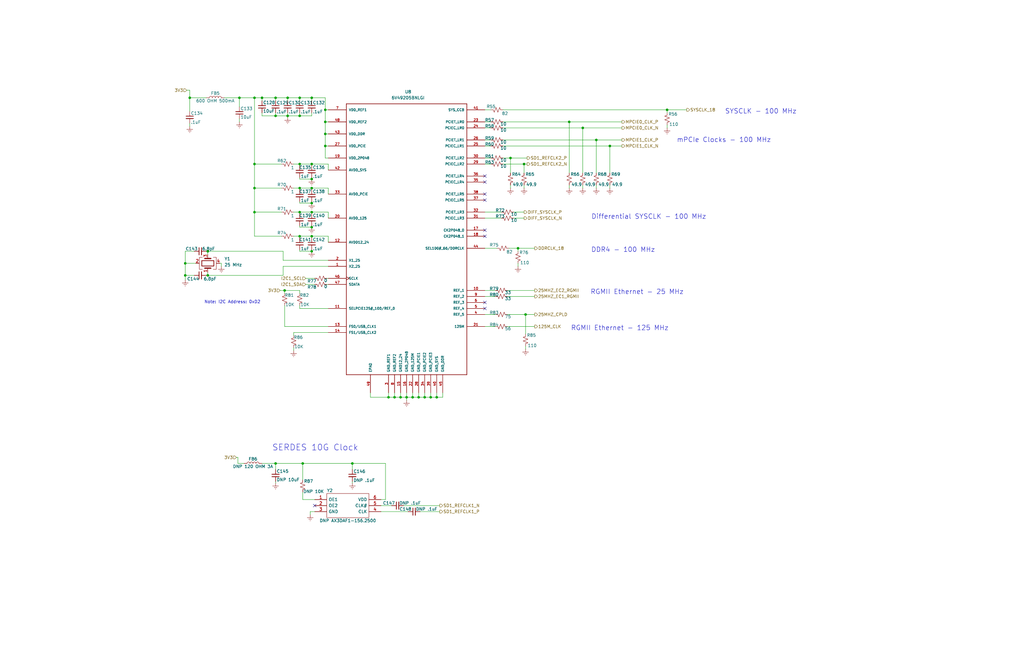
<source format=kicad_sch>
(kicad_sch (version 20201015) (generator eeschema)
  (page 1 12)
  (paper "USLedger")
  (title_block (title "AP2100") (date "2020-10-06") (rev "1") (company "ISis ImageStream Internet Solutions, Inc."))
  (lib_symbols
    (symbol "6V49205BNLGI:6V49205BNLGI" (pin_names (offset 1.016))
      (property "Reference" "U" (at -25.4254 59.1312 0))
      (property "Value" "6V49205BNLGI" (at -1.27 59.0804 0))
      (symbol "6V49205BNLGI_0_0"
        (polyline (pts (xy -25.4 58.42) (xy 25.4 58.42)) (stroke (width 0.254)))
        (polyline (pts (xy 25.4 58.42) (xy 25.4 -55.88)) (stroke (width 0.254)))
        (polyline (pts (xy 25.4 -55.88) (xy -25.4 -55.88)) (stroke (width 0.254)))
        (polyline (pts (xy -25.4 -55.88) (xy -25.4 58.42)) (stroke (width 0.254)))
        (pin output line (at -33.02 -10.16 0) (length 7.62) (name "X2_25") (number "1"))
        (pin input line (at -33.02 -7.62 0) (length 7.62) (name "X1_25") (number "2"))
        (pin power_in line (at -7.62 -63.5 90) (length 7.62) (name "GND_REF1") (number "3"))
        (pin output line (at 33.02 -30.48 180) (length 7.62) (name "REF_5") (number "4"))
        (pin output line (at 33.02 -27.94 180) (length 7.62) (name "REF_4") (number "5"))
        (pin output line (at 33.02 -25.4 180) (length 7.62) (name "REF_3") (number "6"))
        (pin power_in line (at -33.02 55.88 0) (length 7.62) (name "VDD_REF1") (number "7"))
        (pin power_in line (at -5.08 -63.5 90) (length 7.62) (name "GND_REF2") (number "8"))
        (pin output line (at 33.02 -22.86 180) (length 7.62) (name "REF_2") (number "9"))
        (pin output line (at 33.02 -20.32 180) (length 7.62) (name "REF_1") (number "10"))
        (pin bidirectional line (at -33.02 -27.94 0) (length 7.62) (name "SELPCIE125#_100/REF_0") (number "11"))
        (pin power_in line (at -33.02 0 0) (length 7.62) (name "AVDD12_24") (number "12"))
        (pin bidirectional line (at -33.02 -35.56 0) (length 7.62) (name "FS0/USB_CLK1") (number "13"))
        (pin bidirectional line (at -33.02 -38.1 0) (length 7.62) (name "FS1/USB_CLK2") (number "14"))
        (pin power_in line (at -2.54 -63.5 90) (length 7.62) (name "GND12_24") (number "15"))
        (pin power_in line (at 0 -63.5 90) (length 7.62) (name "GND_2P048") (number "16"))
        (pin output line (at 33.02 5.08 180) (length 7.62) (name "CK2P048_0") (number "17"))
        (pin output line (at 33.02 2.54 180) (length 7.62) (name "CK2P048_1") (number "18"))
        (pin power_in line (at -33.02 35.56 0) (length 7.62) (name "VDD_2P048") (number "19"))
        (pin power_in line (at -33.02 10.16 0) (length 7.62) (name "AVDD_125") (number "20"))
        (pin output line (at 33.02 -35.56 180) (length 7.62) (name "125M") (number "21"))
        (pin power_in line (at 2.54 -63.5 90) (length 7.62) (name "GND_125M") (number "22"))
        (pin output line (at 33.02 50.8 180) (length 7.62) (name "PCIET_LR0") (number "23"))
        (pin output line (at 33.02 48.26 180) (length 7.62) (name "PCIEC_LR0") (number "24"))
        (pin output line (at 33.02 40.64 180) (length 7.62) (name "PCIEC_LR1") (number "25"))
        (pin output line (at 33.02 43.18 180) (length 7.62) (name "PCIET_LR1") (number "26"))
        (pin power_in line (at -33.02 40.64 0) (length 7.62) (name "VDD_PCIE") (number "27"))
        (pin power_in line (at 5.08 -63.5 90) (length 7.62) (name "GND_PCIE1") (number "28"))
        (pin output line (at 33.02 33.02 180) (length 7.62) (name "PCIEC_LR2") (number "29"))
        (pin output line (at 33.02 35.56 180) (length 7.62) (name "PCIET_LR2") (number "30"))
        (pin output line (at 33.02 10.16 180) (length 7.62) (name "PCIEC_LR3") (number "31"))
        (pin output line (at 33.02 12.7 180) (length 7.62) (name "PCIET_LR3") (number "32"))
        (pin power_in line (at -33.02 20.32 0) (length 7.62) (name "AVDD_PCIE") (number "33"))
        (pin power_in line (at 7.62 -63.5 90) (length 7.62) (name "GND_PCIE2") (number "34"))
        (pin output line (at 33.02 25.4 180) (length 7.62) (name "PCIEC_LR4") (number "35"))
        (pin output line (at 33.02 27.94 180) (length 7.62) (name "PCIET_LR4") (number "36"))
        (pin output line (at 33.02 17.78 180) (length 7.62) (name "PCIEC_LR5") (number "37"))
        (pin output line (at 33.02 20.32 180) (length 7.62) (name "PCIET_LR5") (number "38"))
        (pin power_in line (at 10.16 -63.5 90) (length 7.62) (name "GND_PCIE3") (number "39"))
        (pin power_in line (at 12.7 -63.5 90) (length 7.62) (name "GND_SYS") (number "40"))
        (pin output line (at 33.02 55.88 180) (length 7.62) (name "SYS_CCB") (number "41"))
        (pin power_in line (at -33.02 30.48 0) (length 7.62) (name "AVDD_SYS") (number "42"))
        (pin power_in line (at -33.02 45.72 0) (length 7.62) (name "VDD_DDR") (number "43"))
        (pin bidirectional line (at 33.02 -2.54 180) (length 7.62) (name "SEL100#_66/DDRCLK") (number "44"))
        (pin power_in line (at 15.24 -63.5 90) (length 7.62) (name "GND_DDR") (number "45"))
        (pin input clock (at -33.02 -15.24 0) (length 7.62) (name "SCLK") (number "46"))
        (pin bidirectional line (at -33.02 -17.78 0) (length 7.62) (name "SDATA") (number "47"))
        (pin power_in line (at -33.02 50.8 0) (length 7.62) (name "VDD_REF2") (number "48"))
        (pin passive line (at -15.24 -63.5 90) (length 7.62) (name "EPAD") (number "49"))
      )
    )
    (symbol "AP2100-rescue:GND-Scott" (power) (pin_names (offset 0))
      (property "Value" "GND-Scott" (at 0 -3.81 0))
      (symbol "GND-Scott_1_1"
        (polyline (pts (xy -0.635 -1.905) (xy 0.635 -1.905)))
        (polyline (pts (xy -0.127 -2.54) (xy 0.127 -2.54)))
        (polyline (pts (xy 0 -1.27) (xy 0 0)))
        (polyline (pts (xy 1.27 -1.27) (xy -1.27 -1.27)))
        (pin power_in line (at 0 0 270) (length 0) hide (name "GND") (number "1"))
      )
    )
    (symbol "AX3DCF1-156.2500:AX3DCF1-156.2500" (pin_names (offset 0.762))
      (property "Reference" "Y" (at 24.13 7.62 0))
      (property "Value" "AX3DCF1-156.2500" (at 24.13 5.08 0))
      (symbol "AX3DCF1-156.2500_0_1"
        (polyline (pts (xy 5.08 2.54) (xy 22.86 2.54) (xy 22.86 -7.62) (xy 5.08 -7.62) (xy 5.08 2.54)) (stroke (width 0.1524)))
      )
      (symbol "AX3DCF1-156.2500_0_0"
        (pin input line (at 0 0 0) (length 5.08) (name "OE1") (number "1"))
        (pin input line (at 0 -2.54 0) (length 5.08) (name "OE2") (number "2"))
        (pin power_in line (at 0 -5.08 0) (length 5.08) (name "GND") (number "3"))
        (pin output line (at 27.94 -5.08 180) (length 5.08) (name "CLK") (number "4"))
        (pin output line (at 27.94 -2.54 180) (length 5.08) (name "CLK#") (number "5"))
        (pin power_in line (at 27.94 0 180) (length 5.08) (name "VDD") (number "6"))
      )
    )
    (symbol "Device:C_Small" (pin_numbers hide) (pin_names (offset 0.254) hide)
      (property "Reference" "C" (at 0.254 1.778 0))
      (property "Value" "C_Small" (at 0.254 -2.032 0))
      (symbol "C_Small_0_1"
        (polyline (pts (xy -1.524 -0.508) (xy 1.524 -0.508)) (stroke (width 0.3302)))
        (polyline (pts (xy -1.524 0.508) (xy 1.524 0.508)) (stroke (width 0.3048)))
      )
      (symbol "C_Small_1_1"
        (pin passive line (at 0 2.54 270) (length 2.032) (name "~") (number "1"))
        (pin passive line (at 0 -2.54 90) (length 2.032) (name "~") (number "2"))
      )
    )
    (symbol "Device:Crystal_GND24" (pin_names (offset 1.016) hide)
      (property "Reference" "Y" (at 3.175 5.08 0))
      (property "Value" "Crystal_GND24" (at 3.175 3.175 0))
      (symbol "Crystal_GND24_0_1"
        (rectangle (start -1.143 2.54) (end 1.143 -2.54) (stroke (width 0.3048)))
        (polyline (pts (xy -2.54 0) (xy -2.032 0)))
        (polyline (pts (xy -2.032 -1.27) (xy -2.032 1.27)) (stroke (width 0.508)))
        (polyline (pts (xy 0 -3.81) (xy 0 -3.556)))
        (polyline (pts (xy 0 3.556) (xy 0 3.81)))
        (polyline (pts (xy 2.032 -1.27) (xy 2.032 1.27)) (stroke (width 0.508)))
        (polyline (pts (xy 2.032 0) (xy 2.54 0)))
        (polyline (pts (xy -2.54 -2.286) (xy -2.54 -3.556) (xy 2.54 -3.556) (xy 2.54 -2.286)))
        (polyline (pts (xy -2.54 2.286) (xy -2.54 3.556) (xy 2.54 3.556) (xy 2.54 2.286)))
      )
      (symbol "Crystal_GND24_1_1"
        (pin passive line (at -3.81 0 0) (length 1.27) (name "1") (number "1"))
        (pin passive line (at 0 5.08 270) (length 1.27) (name "2") (number "2"))
        (pin passive line (at 3.81 0 180) (length 1.27) (name "3") (number "3"))
        (pin passive line (at 0 -5.08 90) (length 1.27) (name "4") (number "4"))
      )
    )
    (symbol "Device:L" (pin_numbers hide) (pin_names hide)
      (property "Reference" "L" (at -1.27 0 90))
      (property "Value" "L" (at 1.905 0 90))
      (symbol "L_0_1"
        (arc (start 0 -2.54) (end 0 -1.27) (radius (at 0 -1.905) (length 0.635) (angles -89.9 89.9)))
        (arc (start 0 -1.27) (end 0 0) (radius (at 0 -0.635) (length 0.635) (angles -89.9 89.9)))
        (arc (start 0 0) (end 0 1.27) (radius (at 0 0.635) (length 0.635) (angles -89.9 89.9)))
        (arc (start 0 1.27) (end 0 2.54) (radius (at 0 1.905) (length 0.635) (angles -89.9 89.9)))
      )
      (symbol "L_1_1"
        (pin passive line (at 0 3.81 270) (length 1.27) (name "1") (number "1"))
        (pin passive line (at 0 -3.81 90) (length 1.27) (name "2") (number "2"))
      )
    )
    (symbol "Device:R_Small_US" (pin_numbers hide) (pin_names (offset 0.254) hide)
      (property "Reference" "R" (at 0.762 0.508 0))
      (property "Value" "R_Small_US" (at 0.762 -1.016 0))
      (symbol "R_Small_US_1_1"
        (polyline (pts (xy 0 0) (xy 1.016 -0.381) (xy 0 -0.762) (xy -1.016 -1.143) (xy 0 -1.524)))
        (polyline (pts (xy 0 1.524) (xy 1.016 1.143) (xy 0 0.762) (xy -1.016 0.381) (xy 0 0)))
        (pin passive line (at 0 2.54 270) (length 1.016) (name "~") (number "1"))
        (pin passive line (at 0 -2.54 90) (length 1.016) (name "~") (number "2"))
      )
    )
  )
  (junction (at 78.105 111.125) (diameter 0.9144))
  (junction (at 78.105 116.205) (diameter 0.9144))
  (junction (at 80.01 41.275) (diameter 0.9144))
  (junction (at 87.63 106.045) (diameter 0.9144))
  (junction (at 87.63 116.205) (diameter 0.9144))
  (junction (at 100.965 41.275) (diameter 0.9144))
  (junction (at 107.315 41.275) (diameter 0.9144))
  (junction (at 107.315 69.215) (diameter 0.9144))
  (junction (at 107.315 79.375) (diameter 0.9144))
  (junction (at 107.315 89.535) (diameter 0.9144))
  (junction (at 110.49 41.275) (diameter 0.9144))
  (junction (at 116.205 41.275) (diameter 0.9144))
  (junction (at 116.205 48.895) (diameter 0.9144))
  (junction (at 116.205 195.58) (diameter 0.9144))
  (junction (at 120.015 122.555) (diameter 0.9144))
  (junction (at 121.285 41.275) (diameter 0.9144))
  (junction (at 121.285 48.895) (diameter 0.9144))
  (junction (at 126.365 41.275) (diameter 0.9144))
  (junction (at 126.365 48.895) (diameter 0.9144))
  (junction (at 126.365 69.215) (diameter 0.9144))
  (junction (at 126.365 79.375) (diameter 0.9144))
  (junction (at 126.365 89.535) (diameter 0.9144))
  (junction (at 126.365 99.695) (diameter 0.9144))
  (junction (at 127.635 195.58) (diameter 0.9144))
  (junction (at 131.445 41.275) (diameter 0.9144))
  (junction (at 131.445 69.215) (diameter 0.9144))
  (junction (at 131.445 75.565) (diameter 0.9144))
  (junction (at 131.445 79.375) (diameter 0.9144))
  (junction (at 131.445 85.725) (diameter 0.9144))
  (junction (at 131.445 89.535) (diameter 0.9144))
  (junction (at 131.445 95.885) (diameter 0.9144))
  (junction (at 131.445 99.695) (diameter 0.9144))
  (junction (at 131.445 106.045) (diameter 0.9144))
  (junction (at 137.16 46.355) (diameter 0.9144))
  (junction (at 137.16 51.435) (diameter 0.9144))
  (junction (at 137.16 56.515) (diameter 0.9144))
  (junction (at 137.16 61.595) (diameter 0.9144))
  (junction (at 148.59 195.58) (diameter 0.9144))
  (junction (at 163.83 167.64) (diameter 0.9144))
  (junction (at 166.37 167.64) (diameter 0.9144))
  (junction (at 168.91 167.64) (diameter 0.9144))
  (junction (at 171.45 167.64) (diameter 0.9144))
  (junction (at 173.99 167.64) (diameter 0.9144))
  (junction (at 176.53 167.64) (diameter 0.9144))
  (junction (at 179.07 167.64) (diameter 0.9144))
  (junction (at 181.61 167.64) (diameter 0.9144))
  (junction (at 184.15 167.64) (diameter 0.9144))
  (junction (at 215.265 66.675) (diameter 0.9144))
  (junction (at 218.44 104.775) (diameter 0.9144))
  (junction (at 220.98 69.215) (diameter 0.9144))
  (junction (at 221.615 132.715) (diameter 0.9144))
  (junction (at 240.03 51.435) (diameter 0.9144))
  (junction (at 245.745 53.975) (diameter 0.9144))
  (junction (at 251.46 59.055) (diameter 0.9144))
  (junction (at 257.175 61.595) (diameter 0.9144))
  (junction (at 281.305 46.355) (diameter 0.9144))
  (no_connect (at 204.47 97.155))
  (no_connect (at 204.47 99.695))
  (no_connect (at 204.47 127.635))
  (no_connect (at 204.47 74.295))
  (no_connect (at 204.47 130.175))
  (no_connect (at 132.715 213.36))
  (no_connect (at 204.47 84.455))
  (no_connect (at 204.47 81.915))
  (no_connect (at 204.47 76.835))
  (wire (pts (xy 78.105 106.045) (xy 78.105 111.125)))
  (wire (pts (xy 78.105 106.045) (xy 81.915 106.045)))
  (wire (pts (xy 78.105 111.125) (xy 78.105 116.205)))
  (wire (pts (xy 78.105 111.125) (xy 82.55 111.125)))
  (wire (pts (xy 78.105 116.205) (xy 78.105 118.11)))
  (wire (pts (xy 78.105 116.205) (xy 81.915 116.205)))
  (wire (pts (xy 78.74 38.1) (xy 80.01 38.1)))
  (wire (pts (xy 80.01 38.1) (xy 80.01 41.275)))
  (wire (pts (xy 80.01 41.275) (xy 80.01 46.99)))
  (wire (pts (xy 80.01 52.07) (xy 80.01 53.34)))
  (wire (pts (xy 86.995 41.275) (xy 80.01 41.275)))
  (wire (pts (xy 86.995 106.045) (xy 87.63 106.045)))
  (wire (pts (xy 86.995 116.205) (xy 87.63 116.205)))
  (wire (pts (xy 87.63 106.045) (xy 119.38 106.045)))
  (wire (pts (xy 87.63 107.315) (xy 87.63 106.045)))
  (wire (pts (xy 87.63 116.205) (xy 87.63 114.935)))
  (wire (pts (xy 93.345 111.125) (xy 92.71 111.125)))
  (wire (pts (xy 93.345 112.395) (xy 93.345 111.125)))
  (wire (pts (xy 94.615 41.275) (xy 100.965 41.275)))
  (wire (pts (xy 99.695 193.04) (xy 100.33 193.04)))
  (wire (pts (xy 100.33 193.04) (xy 100.33 195.58)))
  (wire (pts (xy 100.965 41.275) (xy 100.965 45.085)))
  (wire (pts (xy 100.965 50.165) (xy 100.965 51.435)))
  (wire (pts (xy 102.87 195.58) (xy 100.33 195.58)))
  (wire (pts (xy 107.315 41.275) (xy 100.965 41.275)))
  (wire (pts (xy 107.315 69.215) (xy 107.315 41.275)))
  (wire (pts (xy 107.315 69.215) (xy 118.745 69.215)))
  (wire (pts (xy 107.315 79.375) (xy 107.315 69.215)))
  (wire (pts (xy 107.315 79.375) (xy 118.745 79.375)))
  (wire (pts (xy 107.315 89.535) (xy 107.315 79.375)))
  (wire (pts (xy 107.315 89.535) (xy 118.745 89.535)))
  (wire (pts (xy 107.315 99.695) (xy 107.315 89.535)))
  (wire (pts (xy 110.49 41.275) (xy 107.315 41.275)))
  (wire (pts (xy 110.49 41.275) (xy 116.205 41.275)))
  (wire (pts (xy 110.49 42.545) (xy 110.49 41.275)))
  (wire (pts (xy 110.49 47.625) (xy 110.49 48.895)))
  (wire (pts (xy 110.49 48.895) (xy 116.205 48.895)))
  (wire (pts (xy 116.205 41.275) (xy 116.205 42.545)))
  (wire (pts (xy 116.205 41.275) (xy 121.285 41.275)))
  (wire (pts (xy 116.205 47.625) (xy 116.205 48.895)))
  (wire (pts (xy 116.205 48.895) (xy 121.285 48.895)))
  (wire (pts (xy 116.205 195.58) (xy 110.49 195.58)))
  (wire (pts (xy 116.205 195.58) (xy 116.205 198.12)))
  (wire (pts (xy 116.205 203.2) (xy 116.205 203.835)))
  (wire (pts (xy 118.11 122.555) (xy 120.015 122.555)))
  (wire (pts (xy 118.745 99.695) (xy 107.315 99.695)))
  (wire (pts (xy 119.38 106.045) (xy 119.38 109.855)))
  (wire (pts (xy 119.38 109.855) (xy 138.43 109.855)))
  (wire (pts (xy 119.38 112.395) (xy 119.38 116.205)))
  (wire (pts (xy 119.38 116.205) (xy 87.63 116.205)))
  (wire (pts (xy 120.015 122.555) (xy 120.015 123.825)))
  (wire (pts (xy 120.015 122.555) (xy 126.365 122.555)))
  (wire (pts (xy 120.015 128.905) (xy 120.015 137.795)))
  (wire (pts (xy 120.015 137.795) (xy 138.43 137.795)))
  (wire (pts (xy 121.285 41.275) (xy 121.285 42.545)))
  (wire (pts (xy 121.285 41.275) (xy 126.365 41.275)))
  (wire (pts (xy 121.285 47.625) (xy 121.285 48.895)))
  (wire (pts (xy 121.285 48.895) (xy 121.285 49.53)))
  (wire (pts (xy 123.825 140.335) (xy 123.825 141.605)))
  (wire (pts (xy 123.825 146.685) (xy 123.825 147.955)))
  (wire (pts (xy 126.365 41.275) (xy 126.365 42.545)))
  (wire (pts (xy 126.365 41.275) (xy 131.445 41.275)))
  (wire (pts (xy 126.365 47.625) (xy 126.365 48.895)))
  (wire (pts (xy 126.365 48.895) (xy 121.285 48.895)))
  (wire (pts (xy 126.365 48.895) (xy 131.445 48.895)))
  (wire (pts (xy 126.365 69.215) (xy 123.825 69.215)))
  (wire (pts (xy 126.365 69.215) (xy 126.365 69.85)))
  (wire (pts (xy 126.365 74.93) (xy 126.365 75.565)))
  (wire (pts (xy 126.365 75.565) (xy 131.445 75.565)))
  (wire (pts (xy 126.365 79.375) (xy 123.825 79.375)))
  (wire (pts (xy 126.365 79.375) (xy 126.365 80.01)))
  (wire (pts (xy 126.365 85.09) (xy 126.365 85.725)))
  (wire (pts (xy 126.365 85.725) (xy 131.445 85.725)))
  (wire (pts (xy 126.365 89.535) (xy 123.825 89.535)))
  (wire (pts (xy 126.365 89.535) (xy 126.365 90.17)))
  (wire (pts (xy 126.365 95.25) (xy 126.365 95.885)))
  (wire (pts (xy 126.365 95.885) (xy 131.445 95.885)))
  (wire (pts (xy 126.365 99.695) (xy 123.825 99.695)))
  (wire (pts (xy 126.365 99.695) (xy 126.365 100.33)))
  (wire (pts (xy 126.365 105.41) (xy 126.365 106.045)))
  (wire (pts (xy 126.365 106.045) (xy 131.445 106.045)))
  (wire (pts (xy 126.365 123.825) (xy 126.365 122.555)))
  (wire (pts (xy 126.365 130.175) (xy 126.365 128.905)))
  (wire (pts (xy 127.635 195.58) (xy 116.205 195.58)))
  (wire (pts (xy 127.635 195.58) (xy 127.635 202.565)))
  (wire (pts (xy 127.635 207.645) (xy 127.635 210.82)))
  (wire (pts (xy 127.635 210.82) (xy 132.715 210.82)))
  (wire (pts (xy 128.905 117.475) (xy 132.715 117.475)))
  (wire (pts (xy 128.905 120.015) (xy 132.715 120.015)))
  (wire (pts (xy 130.81 215.9) (xy 130.81 217.17)))
  (wire (pts (xy 131.445 41.275) (xy 131.445 42.545)))
  (wire (pts (xy 131.445 41.275) (xy 137.16 41.275)))
  (wire (pts (xy 131.445 48.895) (xy 131.445 47.625)))
  (wire (pts (xy 131.445 69.215) (xy 126.365 69.215)))
  (wire (pts (xy 131.445 69.215) (xy 131.445 69.85)))
  (wire (pts (xy 131.445 74.93) (xy 131.445 75.565)))
  (wire (pts (xy 131.445 79.375) (xy 126.365 79.375)))
  (wire (pts (xy 131.445 79.375) (xy 131.445 80.01)))
  (wire (pts (xy 131.445 85.09) (xy 131.445 85.725)))
  (wire (pts (xy 131.445 89.535) (xy 126.365 89.535)))
  (wire (pts (xy 131.445 89.535) (xy 131.445 90.17)))
  (wire (pts (xy 131.445 95.25) (xy 131.445 95.885)))
  (wire (pts (xy 131.445 99.695) (xy 126.365 99.695)))
  (wire (pts (xy 131.445 99.695) (xy 131.445 100.33)))
  (wire (pts (xy 131.445 105.41) (xy 131.445 106.045)))
  (wire (pts (xy 132.715 215.9) (xy 130.81 215.9)))
  (wire (pts (xy 137.16 41.275) (xy 137.16 46.355)))
  (wire (pts (xy 137.16 46.355) (xy 137.16 51.435)))
  (wire (pts (xy 137.16 46.355) (xy 138.43 46.355)))
  (wire (pts (xy 137.16 51.435) (xy 137.16 56.515)))
  (wire (pts (xy 137.16 51.435) (xy 138.43 51.435)))
  (wire (pts (xy 137.16 56.515) (xy 137.16 61.595)))
  (wire (pts (xy 137.16 56.515) (xy 138.43 56.515)))
  (wire (pts (xy 137.16 61.595) (xy 137.16 66.675)))
  (wire (pts (xy 137.16 61.595) (xy 138.43 61.595)))
  (wire (pts (xy 137.16 66.675) (xy 138.43 66.675)))
  (wire (pts (xy 137.795 117.475) (xy 138.43 117.475)))
  (wire (pts (xy 137.795 120.015) (xy 138.43 120.015)))
  (wire (pts (xy 138.43 69.215) (xy 131.445 69.215)))
  (wire (pts (xy 138.43 69.215) (xy 138.43 71.755)))
  (wire (pts (xy 138.43 79.375) (xy 131.445 79.375)))
  (wire (pts (xy 138.43 79.375) (xy 138.43 81.915)))
  (wire (pts (xy 138.43 89.535) (xy 131.445 89.535)))
  (wire (pts (xy 138.43 89.535) (xy 138.43 92.075)))
  (wire (pts (xy 138.43 99.695) (xy 131.445 99.695)))
  (wire (pts (xy 138.43 99.695) (xy 138.43 102.235)))
  (wire (pts (xy 138.43 112.395) (xy 119.38 112.395)))
  (wire (pts (xy 138.43 130.175) (xy 126.365 130.175)))
  (wire (pts (xy 138.43 140.335) (xy 123.825 140.335)))
  (wire (pts (xy 148.59 195.58) (xy 127.635 195.58)))
  (wire (pts (xy 148.59 195.58) (xy 148.59 198.12)))
  (wire (pts (xy 148.59 203.2) (xy 148.59 203.835)))
  (wire (pts (xy 156.21 165.735) (xy 156.21 167.64)))
  (wire (pts (xy 156.21 167.64) (xy 163.83 167.64)))
  (wire (pts (xy 160.655 210.82) (xy 162.56 210.82)))
  (wire (pts (xy 160.655 213.36) (xy 165.1 213.36)))
  (wire (pts (xy 160.655 215.9) (xy 172.085 215.9)))
  (wire (pts (xy 162.56 195.58) (xy 148.59 195.58)))
  (wire (pts (xy 162.56 210.82) (xy 162.56 195.58)))
  (wire (pts (xy 163.83 165.735) (xy 163.83 167.64)))
  (wire (pts (xy 163.83 167.64) (xy 166.37 167.64)))
  (wire (pts (xy 166.37 165.735) (xy 166.37 167.64)))
  (wire (pts (xy 166.37 167.64) (xy 168.91 167.64)))
  (wire (pts (xy 168.91 165.735) (xy 168.91 167.64)))
  (wire (pts (xy 168.91 167.64) (xy 171.45 167.64)))
  (wire (pts (xy 170.18 213.36) (xy 185.42 213.36)))
  (wire (pts (xy 171.45 165.735) (xy 171.45 167.64)))
  (wire (pts (xy 171.45 167.64) (xy 171.45 168.91)))
  (wire (pts (xy 171.45 167.64) (xy 173.99 167.64)))
  (wire (pts (xy 173.99 165.735) (xy 173.99 167.64)))
  (wire (pts (xy 173.99 167.64) (xy 176.53 167.64)))
  (wire (pts (xy 176.53 165.735) (xy 176.53 167.64)))
  (wire (pts (xy 176.53 167.64) (xy 179.07 167.64)))
  (wire (pts (xy 177.165 215.9) (xy 185.42 215.9)))
  (wire (pts (xy 179.07 165.735) (xy 179.07 167.64)))
  (wire (pts (xy 179.07 167.64) (xy 181.61 167.64)))
  (wire (pts (xy 181.61 165.735) (xy 181.61 167.64)))
  (wire (pts (xy 181.61 167.64) (xy 184.15 167.64)))
  (wire (pts (xy 184.15 165.735) (xy 184.15 167.64)))
  (wire (pts (xy 184.15 167.64) (xy 186.69 167.64)))
  (wire (pts (xy 186.69 167.64) (xy 186.69 165.735)))
  (wire (pts (xy 204.47 46.355) (xy 207.01 46.355)))
  (wire (pts (xy 204.47 51.435) (xy 207.01 51.435)))
  (wire (pts (xy 204.47 53.975) (xy 207.01 53.975)))
  (wire (pts (xy 204.47 59.055) (xy 207.01 59.055)))
  (wire (pts (xy 204.47 61.595) (xy 207.01 61.595)))
  (wire (pts (xy 204.47 66.675) (xy 207.01 66.675)))
  (wire (pts (xy 204.47 69.215) (xy 207.01 69.215)))
  (wire (pts (xy 204.47 89.535) (xy 211.455 89.535)))
  (wire (pts (xy 204.47 92.075) (xy 211.455 92.075)))
  (wire (pts (xy 204.47 104.775) (xy 209.55 104.775)))
  (wire (pts (xy 204.47 122.555) (xy 208.915 122.555)))
  (wire (pts (xy 204.47 125.095) (xy 208.915 125.095)))
  (wire (pts (xy 204.47 132.715) (xy 208.915 132.715)))
  (wire (pts (xy 204.47 137.795) (xy 208.915 137.795)))
  (wire (pts (xy 212.09 46.355) (xy 281.305 46.355)))
  (wire (pts (xy 212.09 51.435) (xy 240.03 51.435)))
  (wire (pts (xy 212.09 53.975) (xy 245.745 53.975)))
  (wire (pts (xy 212.09 59.055) (xy 251.46 59.055)))
  (wire (pts (xy 212.09 61.595) (xy 257.175 61.595)))
  (wire (pts (xy 212.09 66.675) (xy 215.265 66.675)))
  (wire (pts (xy 212.09 69.215) (xy 220.98 69.215)))
  (wire (pts (xy 213.995 122.555) (xy 225.425 122.555)))
  (wire (pts (xy 213.995 125.095) (xy 225.425 125.095)))
  (wire (pts (xy 213.995 132.715) (xy 221.615 132.715)))
  (wire (pts (xy 213.995 137.795) (xy 225.425 137.795)))
  (wire (pts (xy 214.63 104.775) (xy 218.44 104.775)))
  (wire (pts (xy 215.265 66.675) (xy 215.265 73.025)))
  (wire (pts (xy 215.265 66.675) (xy 222.25 66.675)))
  (wire (pts (xy 215.265 78.105) (xy 215.265 79.375)))
  (wire (pts (xy 216.535 89.535) (xy 220.98 89.535)))
  (wire (pts (xy 216.535 92.075) (xy 220.98 92.075)))
  (wire (pts (xy 218.44 104.775) (xy 218.44 106.045)))
  (wire (pts (xy 218.44 104.775) (xy 225.425 104.775)))
  (wire (pts (xy 218.44 111.125) (xy 218.44 112.395)))
  (wire (pts (xy 220.98 69.215) (xy 220.98 73.025)))
  (wire (pts (xy 220.98 69.215) (xy 222.25 69.215)))
  (wire (pts (xy 220.98 78.105) (xy 220.98 79.375)))
  (wire (pts (xy 221.615 132.715) (xy 221.615 140.97)))
  (wire (pts (xy 221.615 132.715) (xy 225.425 132.715)))
  (wire (pts (xy 221.615 146.05) (xy 221.615 147.32)))
  (wire (pts (xy 240.03 51.435) (xy 240.03 73.025)))
  (wire (pts (xy 240.03 51.435) (xy 262.255 51.435)))
  (wire (pts (xy 240.03 78.105) (xy 240.03 79.375)))
  (wire (pts (xy 245.745 53.975) (xy 245.745 73.025)))
  (wire (pts (xy 245.745 53.975) (xy 262.255 53.975)))
  (wire (pts (xy 245.745 78.105) (xy 245.745 79.375)))
  (wire (pts (xy 251.46 59.055) (xy 251.46 73.025)))
  (wire (pts (xy 251.46 59.055) (xy 262.255 59.055)))
  (wire (pts (xy 251.46 78.105) (xy 251.46 79.375)))
  (wire (pts (xy 257.175 61.595) (xy 257.175 73.025)))
  (wire (pts (xy 257.175 61.595) (xy 262.255 61.595)))
  (wire (pts (xy 257.175 78.105) (xy 257.175 79.375)))
  (wire (pts (xy 281.305 46.355) (xy 281.305 47.625)))
  (wire (pts (xy 281.305 46.355) (xy 289.56 46.355)))
  (wire (pts (xy 281.305 52.705) (xy 281.305 53.975)))
  (text "Note: I2C Address: 0xD2" (at 109.855 128.27 180) (effects (font (size 1.27 1.27)) (justify right bottom)))
  (text "SERDES 10G Clock" (at 151.13 190.5 180) (effects (font (size 2.54 2.54)) (justify right bottom)))
  (text "DDR4 - 100 MHz" (at 276.225 106.68 180) (effects (font (size 2.0066 2.0066)) (justify right bottom)))
  (text "RGMII Ethernet - 125 MHz" (at 281.94 139.7 180) (effects (font (size 2.0066 2.0066)) (justify right bottom)))
  (text "RGMII Ethernet - 25 MHz" (at 288.29 124.46 180) (effects (font (size 2.0066 2.0066)) (justify right bottom)))
  (text "Differential SYSCLK - 100 MHz" (at 297.815 92.71 180) (effects (font (size 2.0066 2.0066)) (justify right bottom)))
  (text "mPCIe Clocks - 100 MHz" (at 325.12 60.325 180) (effects (font (size 2.0066 2.0066)) (justify right bottom)))
  (text "SYSCLK - 100 MHz" (at 335.915 48.26 180) (effects (font (size 2.0066 2.0066)) (justify right bottom)))
  (hierarchical_label "3V3" (shape input) (at 78.74 38.1 180))
  (hierarchical_label "3V3" (shape input) (at 99.695 193.04 180))
  (hierarchical_label "3V3" (shape input) (at 118.11 122.555 180))
  (hierarchical_label "I2C1_SCL" (shape input) (at 128.905 117.475 180))
  (hierarchical_label "I2C1_SDA" (shape input) (at 128.905 120.015 180))
  (hierarchical_label "SD1_REFCLK1_N" (shape output) (at 185.42 213.36 0))
  (hierarchical_label "SD1_REFCLK1_P" (shape output) (at 185.42 215.9 0))
  (hierarchical_label "DIFF_SYSCLK_P" (shape output) (at 220.98 89.535 0))
  (hierarchical_label "DIFF_SYSCLK_N" (shape output) (at 220.98 92.075 0))
  (hierarchical_label "SD1_REFCLK2_P" (shape output) (at 222.25 66.675 0))
  (hierarchical_label "SD1_REFCLK2_N" (shape output) (at 222.25 69.215 0))
  (hierarchical_label "DDRCLK_18" (shape output) (at 225.425 104.775 0))
  (hierarchical_label "25MHZ_EC2_RGMII" (shape output) (at 225.425 122.555 0))
  (hierarchical_label "25MHZ_EC1_RGMII" (shape output) (at 225.425 125.095 0))
  (hierarchical_label "25MHZ_CPLD" (shape output) (at 225.425 132.715 0))
  (hierarchical_label "125M_CLK" (shape output) (at 225.425 137.795 0))
  (hierarchical_label "MPCIE0_CLK_P" (shape output) (at 262.255 51.435 0))
  (hierarchical_label "MPCIE0_CLK_N" (shape output) (at 262.255 53.975 0))
  (hierarchical_label "MPCIE1_CLK_P" (shape output) (at 262.255 59.055 0))
  (hierarchical_label "MPCIE1_CLK_N" (shape output) (at 262.255 61.595 0))
  (hierarchical_label "SYSCLK_18" (shape output) (at 289.56 46.355 0))
  (symbol (lib_id "Device:L") (at 90.805 41.275 270) (mirror x) (unit 1)
    (property "Reference" "FB5" (at 90.805 39.37 90))
    (property "Value" "600 OHM 500mA" (at 90.805 42.545 90))
    (property "Footprint" "Inductor_SMD:L_0603_1608Metric" (effects hide))
    (property "Datasheet" "https://www.mouser.com/datasheet/2/281/c31e-794748.pdf" (effects hide))
    (property "PartsBoxID" "0603-600R-500mA" (effects hide))
  )
  (symbol (lib_id "Device:L") (at 106.68 195.58 90) (unit 1)
    (property "Reference" "FB6" (at 106.68 193.675 90))
    (property "Value" "DNP 120 OHM 3A" (at 106.68 196.85 90))
    (property "Footprint" "Inductor_SMD:L_0603_1608Metric" (effects hide))
    (property "PartsBoxID" "0603-120R-3A" (effects hide))
  )
  (symbol (lib_id "AP2100-rescue:GND-Scott") (at 78.105 118.11 0) (unit 1)
    (property "Reference" "#PWR087" (effects hide))
    (property "Value" "GND" (effects hide))
  )
  (symbol (lib_id "AP2100-rescue:GND-Scott") (at 80.01 53.34 0) (unit 1)
    (property "Reference" "#PWR073" (effects hide))
    (property "Value" "GND" (effects hide))
  )
  (symbol (lib_id "AP2100-rescue:GND-Scott") (at 93.345 112.395 0) (unit 1)
    (property "Reference" "#PWR085" (effects hide))
    (property "Value" "GND" (effects hide))
  )
  (symbol (lib_id "AP2100-rescue:GND-Scott") (at 100.965 51.435 0) (unit 1)
    (property "Reference" "#PWR072" (effects hide))
    (property "Value" "GND" (effects hide))
  )
  (symbol (lib_id "AP2100-rescue:GND-Scott") (at 116.205 203.835 0) (unit 1)
    (property "Reference" "#PWR091" (effects hide))
    (property "Value" "GND" (effects hide))
  )
  (symbol (lib_id "AP2100-rescue:GND-Scott") (at 121.285 49.53 0) (unit 1)
    (property "Reference" "#PWR071" (effects hide))
    (property "Value" "GND" (effects hide))
  )
  (symbol (lib_id "AP2100-rescue:GND-Scott") (at 123.825 147.955 0) (unit 1)
    (property "Reference" "#PWR089" (effects hide))
    (property "Value" "GND" (effects hide))
  )
  (symbol (lib_id "AP2100-rescue:GND-Scott") (at 130.81 217.17 0) (unit 1)
    (property "Reference" "#PWR093" (effects hide))
    (property "Value" "GND" (effects hide))
  )
  (symbol (lib_id "AP2100-rescue:GND-Scott") (at 131.445 75.565 0) (unit 1)
    (property "Reference" "#PWR075" (effects hide))
    (property "Value" "GND" (effects hide))
  )
  (symbol (lib_id "AP2100-rescue:GND-Scott") (at 131.445 85.725 0) (unit 1)
    (property "Reference" "#PWR082" (effects hide))
    (property "Value" "GND" (effects hide))
  )
  (symbol (lib_id "AP2100-rescue:GND-Scott") (at 131.445 95.885 0) (unit 1)
    (property "Reference" "#PWR083" (effects hide))
    (property "Value" "GND" (effects hide))
  )
  (symbol (lib_id "AP2100-rescue:GND-Scott") (at 131.445 106.045 0) (unit 1)
    (property "Reference" "#PWR084" (effects hide))
    (property "Value" "GND" (effects hide))
  )
  (symbol (lib_id "AP2100-rescue:GND-Scott") (at 148.59 203.835 0) (unit 1)
    (property "Reference" "#PWR092" (effects hide))
    (property "Value" "GND" (effects hide))
  )
  (symbol (lib_id "AP2100-rescue:GND-Scott") (at 171.45 168.91 0) (unit 1)
    (property "Reference" "#PWR090" (effects hide))
    (property "Value" "GND" (effects hide))
  )
  (symbol (lib_id "AP2100-rescue:GND-Scott") (at 215.265 79.375 0) (unit 1)
    (property "Reference" "#PWR076" (effects hide))
    (property "Value" "GND" (effects hide))
  )
  (symbol (lib_id "AP2100-rescue:GND-Scott") (at 218.44 112.395 0) (unit 1)
    (property "Reference" "#PWR086" (effects hide))
    (property "Value" "GND" (effects hide))
  )
  (symbol (lib_id "AP2100-rescue:GND-Scott") (at 220.98 79.375 0) (unit 1)
    (property "Reference" "#PWR077" (effects hide))
    (property "Value" "GND" (effects hide))
  )
  (symbol (lib_id "AP2100-rescue:GND-Scott") (at 221.615 147.32 0) (unit 1)
    (property "Reference" "#PWR088" (effects hide))
    (property "Value" "GND" (effects hide))
  )
  (symbol (lib_id "AP2100-rescue:GND-Scott") (at 240.03 79.375 0) (unit 1)
    (property "Reference" "#PWR078" (effects hide))
    (property "Value" "GND" (effects hide))
  )
  (symbol (lib_id "AP2100-rescue:GND-Scott") (at 245.745 79.375 0) (unit 1)
    (property "Reference" "#PWR079" (effects hide))
    (property "Value" "GND" (effects hide))
  )
  (symbol (lib_id "AP2100-rescue:GND-Scott") (at 251.46 79.375 0) (unit 1)
    (property "Reference" "#PWR080" (effects hide))
    (property "Value" "GND" (effects hide))
  )
  (symbol (lib_id "AP2100-rescue:GND-Scott") (at 257.175 79.375 0) (unit 1)
    (property "Reference" "#PWR081" (effects hide))
    (property "Value" "GND" (effects hide))
  )
  (symbol (lib_id "AP2100-rescue:GND-Scott") (at 281.305 53.975 0) (unit 1)
    (property "Reference" "#PWR074" (effects hide))
    (property "Value" "GND" (effects hide))
  )
  (symbol (lib_id "Device:R_Small_US") (at 120.015 126.365 0) (mirror y) (unit 1)
    (property "Reference" "R81" (at 123.952 124.587 0) (effects (justify left)))
    (property "Value" "10K" (at 124.206 128.524 0) (effects (justify left)))
    (property "Footprint" "Resistor_SMD:R_0402_1005Metric" (effects hide))
    (property "PartsBoxID" "0402-10K-1%" (effects hide))
  )
  (symbol (lib_id "Device:R_Small_US") (at 121.285 69.215 90) (mirror x) (unit 1)
    (property "Reference" "R62" (at 120.777 67.818 90) (effects (justify left)))
    (property "Value" "1" (at 124.079 70.739 90) (effects (justify left)))
    (property "Footprint" "Resistor_SMD:R_0402_1005Metric" (effects hide))
    (property "PartsBoxID" "0402-1R-1%" (effects hide))
  )
  (symbol (lib_id "Device:R_Small_US") (at 121.285 79.375 90) (mirror x) (unit 1)
    (property "Reference" "R70" (at 120.777 77.978 90) (effects (justify left)))
    (property "Value" "1" (at 124.079 80.899 90) (effects (justify left)))
    (property "Footprint" "Resistor_SMD:R_0402_1005Metric" (effects hide))
    (property "PartsBoxID" "0402-1R-1%" (effects hide))
  )
  (symbol (lib_id "Device:R_Small_US") (at 121.285 89.535 90) (mirror x) (unit 1)
    (property "Reference" "R71" (at 120.777 88.138 90) (effects (justify left)))
    (property "Value" "1" (at 124.079 91.059 90) (effects (justify left)))
    (property "Footprint" "Resistor_SMD:R_0402_1005Metric" (effects hide))
    (property "PartsBoxID" "0402-1R-1%" (effects hide))
  )
  (symbol (lib_id "Device:R_Small_US") (at 121.285 99.695 90) (mirror x) (unit 1)
    (property "Reference" "R74" (at 120.777 98.298 90) (effects (justify left)))
    (property "Value" "1" (at 124.079 101.219 90) (effects (justify left)))
    (property "Footprint" "Resistor_SMD:R_0402_1005Metric" (effects hide))
    (property "PartsBoxID" "0402-1R-1%" (effects hide))
  )
  (symbol (lib_id "Device:R_Small_US") (at 123.825 144.145 0) (mirror y) (unit 1)
    (property "Reference" "R86" (at 127.762 142.367 0) (effects (justify left)))
    (property "Value" "10K" (at 128.016 146.304 0) (effects (justify left)))
    (property "Footprint" "Resistor_SMD:R_0402_1005Metric" (effects hide))
    (property "PartsBoxID" "0402-10K-1%" (effects hide))
  )
  (symbol (lib_id "Device:R_Small_US") (at 126.365 126.365 0) (mirror y) (unit 1)
    (property "Reference" "R82" (at 130.302 124.587 0) (effects (justify left)))
    (property "Value" "10K" (at 130.556 128.524 0) (effects (justify left)))
    (property "Footprint" "Resistor_SMD:R_0402_1005Metric" (effects hide))
    (property "PartsBoxID" "0402-10K-1%" (effects hide))
  )
  (symbol (lib_id "Device:R_Small_US") (at 127.635 205.105 0) (mirror x) (unit 1)
    (property "Reference" "R87" (at 128.143 203.073 0) (effects (justify left)))
    (property "Value" "DNP 10K" (at 127.889 207.391 0) (effects (justify left)))
    (property "Footprint" "Resistor_SMD:R_0402_1005Metric" (effects hide))
    (property "PartsBoxID" "0402-10K-1%" (effects hide))
  )
  (symbol (lib_id "Device:R_Small_US") (at 135.255 117.475 90) (mirror x) (unit 1)
    (property "Reference" "R77" (at 133.477 118.618 90) (effects (justify left)))
    (property "Value" "0" (at 138.049 118.364 90) (effects (justify left)))
    (property "Footprint" "Resistor_SMD:R_0402_1005Metric" (effects hide))
    (property "PartsBoxID" "0402-0R-1%" (effects hide))
  )
  (symbol (lib_id "Device:R_Small_US") (at 135.255 120.015 90) (mirror x) (unit 1)
    (property "Reference" "R78" (at 133.477 121.158 90) (effects (justify left)))
    (property "Value" "0" (at 138.049 120.904 90) (effects (justify left)))
    (property "Footprint" "Resistor_SMD:R_0402_1005Metric" (effects hide))
    (property "PartsBoxID" "0402-0R-1%" (effects hide))
  )
  (symbol (lib_id "Device:R_Small_US") (at 209.55 46.355 90) (mirror x) (unit 1)
    (property "Reference" "R55" (at 209.042 44.958 90) (effects (justify left)))
    (property "Value" "82" (at 214.249 47.879 90) (effects (justify left)))
    (property "Footprint" "Resistor_SMD:R_0402_1005Metric" (effects hide))
    (property "PartsBoxID" "0402-82R-1%" (effects hide))
  )
  (symbol (lib_id "Device:R_Small_US") (at 209.55 51.435 90) (mirror x) (unit 1)
    (property "Reference" "R57" (at 208.407 50.673 90) (effects (justify left)))
    (property "Value" "10" (at 213.614 52.324 90) (effects (justify left)))
    (property "Footprint" "Resistor_SMD:R_0402_1005Metric" (effects hide))
    (property "PartsBoxID" "0402-10R-1%" (effects hide))
  )
  (symbol (lib_id "Device:R_Small_US") (at 209.55 53.975 90) (mirror x) (unit 1)
    (property "Reference" "R58" (at 208.407 53.213 90) (effects (justify left)))
    (property "Value" "10" (at 213.614 54.864 90) (effects (justify left)))
    (property "Footprint" "Resistor_SMD:R_0402_1005Metric" (effects hide))
    (property "PartsBoxID" "0402-10R-1%" (effects hide))
  )
  (symbol (lib_id "Device:R_Small_US") (at 209.55 59.055 90) (mirror x) (unit 1)
    (property "Reference" "R59" (at 208.407 58.293 90) (effects (justify left)))
    (property "Value" "10" (at 213.614 59.944 90) (effects (justify left)))
    (property "Footprint" "Resistor_SMD:R_0402_1005Metric" (effects hide))
    (property "PartsBoxID" "0402-10R-1%" (effects hide))
  )
  (symbol (lib_id "Device:R_Small_US") (at 209.55 61.595 90) (mirror x) (unit 1)
    (property "Reference" "R60" (at 208.407 60.833 90) (effects (justify left)))
    (property "Value" "10" (at 213.614 62.484 90) (effects (justify left)))
    (property "Footprint" "Resistor_SMD:R_0402_1005Metric" (effects hide))
    (property "PartsBoxID" "0402-10R-1%" (effects hide))
  )
  (symbol (lib_id "Device:R_Small_US") (at 209.55 66.675 90) (mirror x) (unit 1)
    (property "Reference" "R61" (at 208.407 65.913 90) (effects (justify left)))
    (property "Value" "10" (at 213.614 67.564 90) (effects (justify left)))
    (property "Footprint" "Resistor_SMD:R_0402_1005Metric" (effects hide))
    (property "PartsBoxID" "0402-10R-1%" (effects hide))
  )
  (symbol (lib_id "Device:R_Small_US") (at 209.55 69.215 90) (mirror x) (unit 1)
    (property "Reference" "R63" (at 208.407 68.453 90) (effects (justify left)))
    (property "Value" "10" (at 213.614 70.104 90) (effects (justify left)))
    (property "Footprint" "Resistor_SMD:R_0402_1005Metric" (effects hide))
    (property "PartsBoxID" "0402-10R-1%" (effects hide))
  )
  (symbol (lib_id "Device:R_Small_US") (at 211.455 122.555 90) (mirror x) (unit 1)
    (property "Reference" "R79" (at 210.312 121.793 90) (effects (justify left)))
    (property "Value" "33" (at 215.519 123.444 90) (effects (justify left)))
    (property "Footprint" "Resistor_SMD:R_0402_1005Metric" (effects hide))
    (property "PartsBoxID" "0402-33R-1%" (effects hide))
  )
  (symbol (lib_id "Device:R_Small_US") (at 211.455 125.095 90) (mirror x) (unit 1)
    (property "Reference" "R80" (at 210.312 124.333 90) (effects (justify left)))
    (property "Value" "33" (at 215.519 125.984 90) (effects (justify left)))
    (property "Footprint" "Resistor_SMD:R_0402_1005Metric" (effects hide))
    (property "PartsBoxID" "0402-33R-1%" (effects hide))
  )
  (symbol (lib_id "Device:R_Small_US") (at 211.455 132.715 90) (mirror x) (unit 1)
    (property "Reference" "R83" (at 210.312 131.953 90) (effects (justify left)))
    (property "Value" "75" (at 215.519 133.604 90) (effects (justify left)))
    (property "Footprint" "Resistor_SMD:R_0402_1005Metric" (effects hide))
    (property "PartsBoxID" "0402-75R-1%" (effects hide))
  )
  (symbol (lib_id "Device:R_Small_US") (at 211.455 137.795 90) (mirror x) (unit 1)
    (property "Reference" "R84" (at 210.312 137.033 90) (effects (justify left)))
    (property "Value" "56" (at 215.519 138.684 90) (effects (justify left)))
    (property "Footprint" "Resistor_SMD:R_0402_1005Metric" (effects hide))
    (property "PartsBoxID" "0402-56R-1%" (effects hide))
  )
  (symbol (lib_id "Device:R_Small_US") (at 212.09 104.775 90) (mirror x) (unit 1)
    (property "Reference" "R75" (at 210.312 103.378 90) (effects (justify left)))
    (property "Value" "82" (at 216.154 106.299 90) (effects (justify left)))
    (property "Footprint" "Resistor_SMD:R_0402_1005Metric" (effects hide))
    (property "PartsBoxID" "0402-82R-1%" (effects hide))
  )
  (symbol (lib_id "Device:R_Small_US") (at 213.995 89.535 90) (mirror x) (unit 1)
    (property "Reference" "R72" (at 212.852 88.773 90) (effects (justify left)))
    (property "Value" "10" (at 218.059 90.424 90) (effects (justify left)))
    (property "Footprint" "Resistor_SMD:R_0402_1005Metric" (effects hide))
    (property "PartsBoxID" "0402-10R-1%" (effects hide))
  )
  (symbol (lib_id "Device:R_Small_US") (at 213.995 92.075 90) (mirror x) (unit 1)
    (property "Reference" "R73" (at 212.852 91.313 90) (effects (justify left)))
    (property "Value" "10" (at 218.059 92.964 90) (effects (justify left)))
    (property "Footprint" "Resistor_SMD:R_0402_1005Metric" (effects hide))
    (property "PartsBoxID" "0402-10R-1%" (effects hide))
  )
  (symbol (lib_id "Device:R_Small_US") (at 215.265 75.565 0) (mirror x) (unit 1)
    (property "Reference" "R64" (at 215.773 73.533 0) (effects (justify left)))
    (property "Value" "49.9" (at 216.154 77.851 0) (effects (justify left)))
    (property "Footprint" "Resistor_SMD:R_0402_1005Metric" (effects hide))
    (property "PartsBoxID" "0402-49.9-1%" (effects hide))
  )
  (symbol (lib_id "Device:R_Small_US") (at 218.44 108.585 0) (mirror x) (unit 1)
    (property "Reference" "R76" (at 218.948 106.553 0) (effects (justify left)))
    (property "Value" "110" (at 219.329 110.871 0) (effects (justify left)))
    (property "Footprint" "Resistor_SMD:R_0402_1005Metric" (effects hide))
    (property "PartsBoxID" "0402-110R-1%" (effects hide))
  )
  (symbol (lib_id "Device:R_Small_US") (at 220.98 75.565 0) (mirror x) (unit 1)
    (property "Reference" "R65" (at 221.488 73.533 0) (effects (justify left)))
    (property "Value" "49.9" (at 221.869 77.851 0) (effects (justify left)))
    (property "Footprint" "Resistor_SMD:R_0402_1005Metric" (effects hide))
    (property "PartsBoxID" "0402-49.9-1%" (effects hide))
  )
  (symbol (lib_id "Device:R_Small_US") (at 221.615 143.51 0) (mirror x) (unit 1)
    (property "Reference" "R85" (at 222.123 141.478 0) (effects (justify left)))
    (property "Value" "110" (at 222.504 145.796 0) (effects (justify left)))
    (property "Footprint" "Resistor_SMD:R_0402_1005Metric" (effects hide))
    (property "PartsBoxID" "0402-110R-1%" (effects hide))
  )
  (symbol (lib_id "Device:R_Small_US") (at 240.03 75.565 0) (mirror x) (unit 1)
    (property "Reference" "R66" (at 240.538 73.533 0) (effects (justify left)))
    (property "Value" "49.9" (at 240.919 77.851 0) (effects (justify left)))
    (property "Footprint" "Resistor_SMD:R_0402_1005Metric" (effects hide))
    (property "PartsBoxID" "0402-49.9-1%" (effects hide))
  )
  (symbol (lib_id "Device:R_Small_US") (at 245.745 75.565 0) (mirror x) (unit 1)
    (property "Reference" "R67" (at 246.253 73.533 0) (effects (justify left)))
    (property "Value" "49.9" (at 246.634 77.851 0) (effects (justify left)))
    (property "Footprint" "Resistor_SMD:R_0402_1005Metric" (effects hide))
    (property "PartsBoxID" "0402-49.9-1%" (effects hide))
  )
  (symbol (lib_id "Device:R_Small_US") (at 251.46 75.565 0) (mirror x) (unit 1)
    (property "Reference" "R68" (at 251.968 73.533 0) (effects (justify left)))
    (property "Value" "49.9" (at 252.349 77.851 0) (effects (justify left)))
    (property "Footprint" "Resistor_SMD:R_0402_1005Metric" (effects hide))
    (property "PartsBoxID" "0402-49.9-1%" (effects hide))
  )
  (symbol (lib_id "Device:R_Small_US") (at 257.175 75.565 0) (mirror x) (unit 1)
    (property "Reference" "R69" (at 257.683 73.533 0) (effects (justify left)))
    (property "Value" "49.9" (at 258.064 77.851 0) (effects (justify left)))
    (property "Footprint" "Resistor_SMD:R_0402_1005Metric" (effects hide))
    (property "PartsBoxID" "0402-49.9-1%" (effects hide))
  )
  (symbol (lib_id "Device:R_Small_US") (at 281.305 50.165 0) (mirror x) (unit 1)
    (property "Reference" "R56" (at 281.813 48.133 0) (effects (justify left)))
    (property "Value" "110" (at 282.194 52.451 0) (effects (justify left)))
    (property "Footprint" "Resistor_SMD:R_0402_1005Metric" (effects hide))
    (property "PartsBoxID" "0402-110R-1%" (effects hide))
  )
  (symbol (lib_id "Device:C_Small") (at 80.01 49.53 0) (mirror y) (unit 1)
    (property "Reference" "C134" (at 80.4418 47.7774 0) (effects (justify right)))
    (property "Value" ".1uF" (at 80.4418 51.562 0) (effects (justify right)))
    (property "Footprint" "Capacitor_SMD:C_0402_1005Metric" (effects hide))
    (property "PartsBoxID" "0402-.1uF-X5R-25V" (effects hide))
    (property "MPN" "-" (effects hide))
    (property "SPR" "-" (effects hide))
    (property "SPN" "-" (effects hide))
    (property "SPURL" "-" (effects hide))
  )
  (symbol (lib_id "Device:C_Small") (at 84.455 106.045 90) (mirror x) (unit 1)
    (property "Reference" "C143" (at 78.2574 104.9782 90) (effects (justify right)))
    (property "Value" "6.8pF" (at 85.217 104.9782 90) (effects (justify right)))
    (property "Footprint" "Capacitor_SMD:C_0402_1005Metric" (effects hide))
    (property "PartsBoxID" "0402-6.8pF-C0G-25V" (effects hide))
    (property "MPN" "-" (effects hide))
    (property "SPR" "-" (effects hide))
    (property "SPN" "-" (effects hide))
    (property "SPURL" "-" (effects hide))
  )
  (symbol (lib_id "Device:C_Small") (at 84.455 116.205 90) (mirror x) (unit 1)
    (property "Reference" "C144" (at 78.8924 117.6782 90) (effects (justify right)))
    (property "Value" "6.8pF" (at 85.852 117.6782 90) (effects (justify right)))
    (property "Footprint" "Capacitor_SMD:C_0402_1005Metric" (effects hide))
    (property "PartsBoxID" "0402-6.8pF-C0G-25V" (effects hide))
    (property "MPN" "-" (effects hide))
    (property "SPR" "-" (effects hide))
    (property "SPN" "-" (effects hide))
    (property "SPURL" "-" (effects hide))
  )
  (symbol (lib_id "Device:C_Small") (at 100.965 47.625 180) (unit 1)
    (property "Reference" "C133" (at 101.3968 45.8216 0) (effects (justify right)))
    (property "Value" "10uF" (at 101.3968 49.403 0) (effects (justify right)))
    (property "Footprint" "Capacitor_SMD:C_0805_2012Metric" (effects hide))
    (property "PartsBoxID" "0805-10uF-X7R-6.3V" (effects hide))
    (property "MPN" "-" (effects hide))
    (property "SPR" "Capacitor_SMD:C_1210_3225Metric" (effects hide))
    (property "SPN" "22uF" (effects hide))
  )
  (symbol (lib_id "Device:C_Small") (at 110.49 45.085 180) (unit 1)
    (property "Reference" "C128" (at 110.9218 43.2816 0) (effects (justify right)))
    (property "Value" "10uF" (at 110.9218 46.863 0) (effects (justify right)))
    (property "Footprint" "Capacitor_SMD:C_0805_2012Metric" (effects hide))
    (property "PartsBoxID" "0805-10uF-X7R-6.3V" (effects hide))
    (property "MPN" "-" (effects hide))
    (property "SPR" "Capacitor_SMD:C_1210_3225Metric" (effects hide))
    (property "SPN" "22uF" (effects hide))
  )
  (symbol (lib_id "Device:C_Small") (at 116.205 45.085 0) (mirror y) (unit 1)
    (property "Reference" "C129" (at 116.6368 43.3324 0) (effects (justify right)))
    (property "Value" ".1uF" (at 116.6368 47.117 0) (effects (justify right)))
    (property "Footprint" "Capacitor_SMD:C_0402_1005Metric" (effects hide))
    (property "PartsBoxID" "0402-.1uF-X5R-25V" (effects hide))
    (property "MPN" "-" (effects hide))
    (property "SPR" "-" (effects hide))
    (property "SPN" "-" (effects hide))
    (property "SPURL" "-" (effects hide))
  )
  (symbol (lib_id "Device:C_Small") (at 116.205 200.66 180) (unit 1)
    (property "Reference" "C145" (at 116.6368 198.8566 0) (effects (justify right)))
    (property "Value" "DNP 10uF" (at 116.6368 202.438 0) (effects (justify right)))
    (property "Footprint" "Capacitor_SMD:C_0805_2012Metric" (effects hide))
    (property "PartsBoxID" "0805-10uF-X7R-6.3V" (effects hide))
    (property "MPN" "-" (effects hide))
    (property "SPR" "Capacitor_SMD:C_1210_3225Metric" (effects hide))
    (property "SPN" "22uF" (effects hide))
  )
  (symbol (lib_id "Device:C_Small") (at 121.285 45.085 0) (mirror y) (unit 1)
    (property "Reference" "C130" (at 121.7168 43.3324 0) (effects (justify right)))
    (property "Value" ".1uF" (at 121.7168 47.117 0) (effects (justify right)))
    (property "Footprint" "Capacitor_SMD:C_0402_1005Metric" (effects hide))
    (property "PartsBoxID" "0402-.1uF-X5R-25V" (effects hide))
    (property "MPN" "-" (effects hide))
    (property "SPR" "-" (effects hide))
    (property "SPN" "-" (effects hide))
    (property "SPURL" "-" (effects hide))
  )
  (symbol (lib_id "Device:C_Small") (at 126.365 45.085 0) (mirror y) (unit 1)
    (property "Reference" "C131" (at 126.7968 43.3324 0) (effects (justify right)))
    (property "Value" ".1uF" (at 126.7968 47.117 0) (effects (justify right)))
    (property "Footprint" "Capacitor_SMD:C_0402_1005Metric" (effects hide))
    (property "PartsBoxID" "0402-.1uF-X5R-25V" (effects hide))
    (property "MPN" "-" (effects hide))
    (property "SPR" "-" (effects hide))
    (property "SPN" "-" (effects hide))
    (property "SPURL" "-" (effects hide))
  )
  (symbol (lib_id "Device:C_Small") (at 126.365 72.39 0) (mirror y) (unit 1)
    (property "Reference" "C135" (at 126.1618 70.6374 0) (effects (justify right)))
    (property "Value" "1uF" (at 126.7968 74.422 0) (effects (justify right)))
    (property "Footprint" "Capacitor_SMD:C_0402_1005Metric" (effects hide))
    (property "PartsBoxID" "0402-1uF-X5R-25V" (effects hide))
    (property "MPN" "-" (effects hide))
    (property "SPR" "-" (effects hide))
    (property "SPN" "-" (effects hide))
    (property "SPURL" "-" (effects hide))
  )
  (symbol (lib_id "Device:C_Small") (at 126.365 82.55 0) (mirror y) (unit 1)
    (property "Reference" "C137" (at 126.1618 80.7974 0) (effects (justify right)))
    (property "Value" "1uF" (at 126.7968 84.582 0) (effects (justify right)))
    (property "Footprint" "Capacitor_SMD:C_0402_1005Metric" (effects hide))
    (property "PartsBoxID" "0402-1uF-X5R-25V" (effects hide))
    (property "MPN" "-" (effects hide))
    (property "SPR" "-" (effects hide))
    (property "SPN" "-" (effects hide))
    (property "SPURL" "-" (effects hide))
  )
  (symbol (lib_id "Device:C_Small") (at 126.365 92.71 0) (mirror y) (unit 1)
    (property "Reference" "C139" (at 126.1618 90.9574 0) (effects (justify right)))
    (property "Value" "1uF" (at 126.7968 94.742 0) (effects (justify right)))
    (property "Footprint" "Capacitor_SMD:C_0402_1005Metric" (effects hide))
    (property "PartsBoxID" "0402-1uF-X5R-25V" (effects hide))
    (property "MPN" "-" (effects hide))
    (property "SPR" "-" (effects hide))
    (property "SPN" "-" (effects hide))
    (property "SPURL" "-" (effects hide))
  )
  (symbol (lib_id "Device:C_Small") (at 126.365 102.87 0) (mirror y) (unit 1)
    (property "Reference" "C141" (at 126.1618 101.1174 0) (effects (justify right)))
    (property "Value" "1uF" (at 126.7968 104.902 0) (effects (justify right)))
    (property "Footprint" "Capacitor_SMD:C_0402_1005Metric" (effects hide))
    (property "PartsBoxID" "0402-1uF-X5R-25V" (effects hide))
    (property "MPN" "-" (effects hide))
    (property "SPR" "-" (effects hide))
    (property "SPN" "-" (effects hide))
    (property "SPURL" "-" (effects hide))
  )
  (symbol (lib_id "Device:C_Small") (at 131.445 45.085 0) (mirror y) (unit 1)
    (property "Reference" "C132" (at 131.8768 43.3324 0) (effects (justify right)))
    (property "Value" ".1uF" (at 131.8768 47.117 0) (effects (justify right)))
    (property "Footprint" "Capacitor_SMD:C_0402_1005Metric" (effects hide))
    (property "PartsBoxID" "0402-.1uF-X5R-25V" (effects hide))
    (property "MPN" "-" (effects hide))
    (property "SPR" "-" (effects hide))
    (property "SPN" "-" (effects hide))
    (property "SPURL" "-" (effects hide))
  )
  (symbol (lib_id "Device:C_Small") (at 131.445 72.39 0) (mirror y) (unit 1)
    (property "Reference" "C136" (at 131.8768 70.6374 0) (effects (justify right)))
    (property "Value" ".1uF" (at 131.8768 74.422 0) (effects (justify right)))
    (property "Footprint" "Capacitor_SMD:C_0402_1005Metric" (effects hide))
    (property "PartsBoxID" "0402-.1uF-X5R-25V" (effects hide))
    (property "MPN" "-" (effects hide))
    (property "SPR" "-" (effects hide))
    (property "SPN" "-" (effects hide))
    (property "SPURL" "-" (effects hide))
  )
  (symbol (lib_id "Device:C_Small") (at 131.445 82.55 0) (mirror y) (unit 1)
    (property "Reference" "C138" (at 131.8768 80.7974 0) (effects (justify right)))
    (property "Value" ".1uF" (at 131.8768 84.582 0) (effects (justify right)))
    (property "Footprint" "Capacitor_SMD:C_0402_1005Metric" (effects hide))
    (property "PartsBoxID" "0402-.1uF-X5R-25V" (effects hide))
    (property "MPN" "-" (effects hide))
    (property "SPR" "-" (effects hide))
    (property "SPN" "-" (effects hide))
    (property "SPURL" "-" (effects hide))
  )
  (symbol (lib_id "Device:C_Small") (at 131.445 92.71 0) (mirror y) (unit 1)
    (property "Reference" "C140" (at 131.8768 90.9574 0) (effects (justify right)))
    (property "Value" ".1uF" (at 131.8768 94.742 0) (effects (justify right)))
    (property "Footprint" "Capacitor_SMD:C_0402_1005Metric" (effects hide))
    (property "PartsBoxID" "0402-.1uF-X5R-25V" (effects hide))
    (property "MPN" "-" (effects hide))
    (property "SPR" "-" (effects hide))
    (property "SPN" "-" (effects hide))
    (property "SPURL" "-" (effects hide))
  )
  (symbol (lib_id "Device:C_Small") (at 131.445 102.87 0) (mirror y) (unit 1)
    (property "Reference" "C142" (at 131.8768 101.1174 0) (effects (justify right)))
    (property "Value" ".1uF" (at 131.8768 104.902 0) (effects (justify right)))
    (property "Footprint" "Capacitor_SMD:C_0402_1005Metric" (effects hide))
    (property "PartsBoxID" "0402-.1uF-X5R-25V" (effects hide))
    (property "MPN" "-" (effects hide))
    (property "SPR" "-" (effects hide))
    (property "SPN" "-" (effects hide))
    (property "SPURL" "-" (effects hide))
  )
  (symbol (lib_id "Device:C_Small") (at 148.59 200.66 0) (mirror y) (unit 1)
    (property "Reference" "C146" (at 149.0218 198.9074 0) (effects (justify right)))
    (property "Value" "DNP .1uF" (at 149.0218 202.692 0) (effects (justify right)))
    (property "Footprint" "Capacitor_SMD:C_0402_1005Metric" (effects hide))
    (property "PartsBoxID" "0402-.1uF-X5R-25V" (effects hide))
    (property "MPN" "-" (effects hide))
    (property "SPR" "-" (effects hide))
    (property "SPN" "-" (effects hide))
    (property "SPURL" "-" (effects hide))
  )
  (symbol (lib_id "Device:C_Small") (at 167.64 213.36 90) (mirror x) (unit 1)
    (property "Reference" "C147" (at 161.4424 212.2932 90) (effects (justify right)))
    (property "Value" "DNP .1uF" (at 168.402 212.2932 90) (effects (justify right)))
    (property "Footprint" "Capacitor_SMD:C_0402_1005Metric" (effects hide))
    (property "PartsBoxID" "0402-.1uF-X5R-25V" (effects hide))
    (property "MPN" "-" (effects hide))
    (property "SPR" "-" (effects hide))
    (property "SPN" "-" (effects hide))
    (property "SPURL" "-" (effects hide))
  )
  (symbol (lib_id "Device:C_Small") (at 174.625 215.9 90) (mirror x) (unit 1)
    (property "Reference" "C148" (at 168.4274 214.8332 90) (effects (justify right)))
    (property "Value" "DNP .1uF" (at 175.387 214.8332 90) (effects (justify right)))
    (property "Footprint" "Capacitor_SMD:C_0402_1005Metric" (effects hide))
    (property "PartsBoxID" "0402-.1uF-X5R-25V" (effects hide))
    (property "MPN" "-" (effects hide))
    (property "SPR" "-" (effects hide))
    (property "SPN" "-" (effects hide))
    (property "SPURL" "-" (effects hide))
  )
  (symbol (lib_id "Device:Crystal_GND24") (at 87.63 111.125 90) (unit 1)
    (property "Reference" "Y1" (at 94.615 109.22 90) (effects (justify right)))
    (property "Value" "25 MHz" (at 94.615 111.76 90) (effects (justify right)))
    (property "Footprint" "Crystal:Crystal_SMD_3225-4Pin_3.2x2.5mm" (effects hide))
    (property "PartsBoxID" "ABM8W-25.0000MHZ-7-D1X-T3\n" (effects hide))
  )
  (symbol (lib_id "AX3DCF1-156.2500:AX3DCF1-156.2500") (at 132.715 210.82 0) (unit 1)
    (property "Reference" "Y2" (at 139.065 207.01 0))
    (property "Value" "DNP AX3DAF1-156.2500" (at 146.685 219.71 0))
    (property "Footprint" "AX3DCF11562500" (effects hide))
    (property "Datasheet" "https://componentsearchengine.com/Datasheets/2/AX3DCF1-156.2500.pdf" (effects hide))
    (property "Description" "ABRACON - AX3DAF1-156.2500 - OSCILLATOR, LOW JITTER 156.25MHZ LVDS XO 05AH2368" (effects hide))
    (property "Height" "1" (effects hide))
    (property "Manufacturer_Name" "ABRACON" (effects hide))
    (property "Manufacturer_Part_Number" "AX3DAF1-156.2500" (effects hide))
    (property "Arrow Part Number" "AX3DAF1-156.2500" (effects hide))
    (property "PartsBoxID" "AX3DAF1-156.2500" (effects hide))
  )
  (symbol (lib_id "6V49205BNLGI:6V49205BNLGI") (at 171.45 102.235 0) (unit 1)
    (property "Reference" "U8" (at 172.085 38.735 0))
    (property "Value" "6V49205BNLGI" (at 172.085 41.275 0))
    (property "Footprint" "QFP50P700X700X90-49N" (effects hide))
    (property "Datasheet" "IDT" (effects hide))
    (property "PartsBoxID" "6V49205BNLGI" (effects hide))
  )
)
</source>
